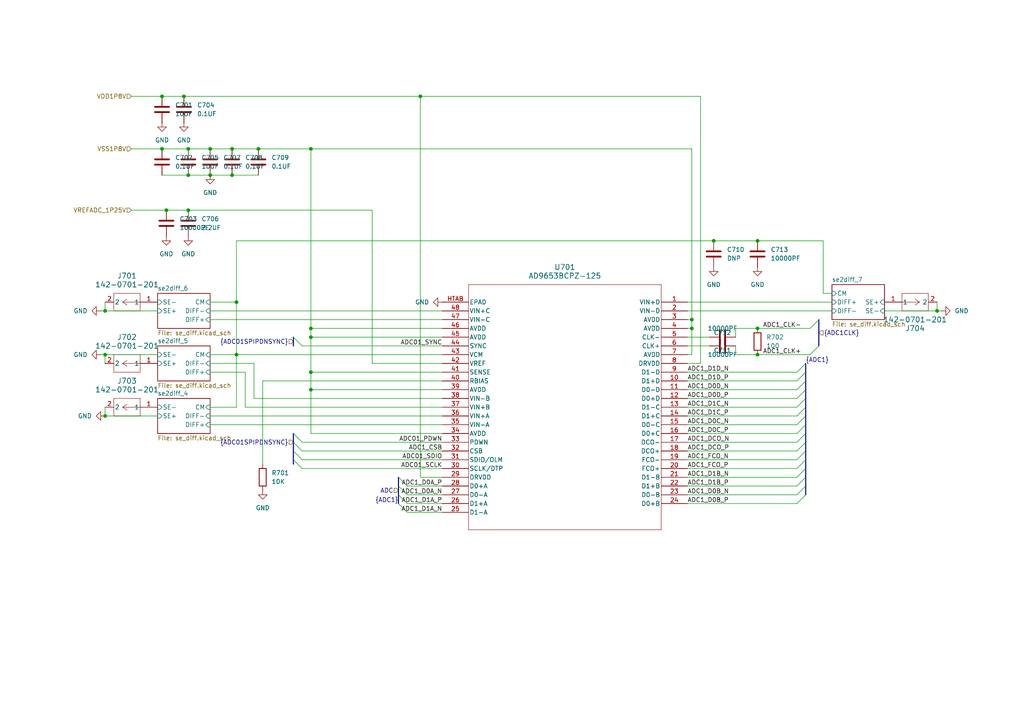
<source format=kicad_sch>
(kicad_sch (version 20231120) (generator "eeschema") (generator_version "8.0")
  (paper "A4")
  (lib_symbols
    (symbol "001_symbol:142-0701-201_GH" (pin_names (offset 0.254))
      (property "Reference" "J" (at 8.89 6.35 0))
      (property "Value" "142-0701-201" (at 0 0 0))
      (symbol "142-0701-201_GH_1_1"
        (polyline (pts (xy 5.08 -2.54) (xy 12.7 -2.54)) (stroke (width 0.127)))
        (polyline (pts (xy 5.08 2.54) (xy 5.08 -2.54)) (stroke (width 0.127)))
        (polyline (pts (xy 10.16 0) (xy 5.08 0)) (stroke (width 0.127)))
        (polyline (pts (xy 10.16 0) (xy 8.89 -0.8467)) (stroke (width 0.127)))
        (polyline (pts (xy 10.16 0) (xy 8.89 0.8467)) (stroke (width 0.127)))
        (polyline (pts (xy 12.7 -2.54) (xy 12.7 2.54)) (stroke (width 0.127)))
        (polyline (pts (xy 12.7 2.54) (xy 5.08 2.54)) (stroke (width 0.127)))
        (pin unspecified line (at 0 0 0) (length 5.08) (name "1") (number "1"))
        (pin input line (at 15.24 0 180) (length 2.54) (name "2") (number "2"))
        (pin input line (at 15.24 0 180) (length 2.54) hide (name "3") (number "3"))
        (pin input line (at 15.24 0 180) (length 2.54) hide (name "4") (number "4"))
        (pin input line (at 15.24 0 180) (length 2.54) hide (name "5") (number "5"))
      )
      (symbol "142-0701-201_GH_1_2"
        (polyline (pts (xy 5.08 -2.54) (xy 12.7 -2.54)) (stroke (width 0.127)))
        (polyline (pts (xy 5.08 2.54) (xy 5.08 -2.54)) (stroke (width 0.127)))
        (polyline (pts (xy 7.62 0) (xy 5.08 0)) (stroke (width 0.127)))
        (polyline (pts (xy 7.62 0) (xy 8.89 -0.8467)) (stroke (width 0.127)))
        (polyline (pts (xy 7.62 0) (xy 8.89 0.8467)) (stroke (width 0.127)))
        (polyline (pts (xy 12.7 -2.54) (xy 12.7 2.54)) (stroke (width 0.127)))
        (polyline (pts (xy 12.7 2.54) (xy 5.08 2.54)) (stroke (width 0.127)))
        (pin unspecified line (at 0 0 0) (length 5.08) (name "1") (number "1"))
      )
    )
    (symbol "001_symbol:AD9653BCPZ-125" (pin_names (offset 0.254))
      (property "Reference" "U" (at 35.56 10.16 0))
      (property "Value" "AD9653BCPZ-125" (at 35.56 7.62 0))
      (symbol "AD9653BCPZ-125_0_1"
        (polyline (pts (xy 7.62 -66.04) (xy 63.5 -66.04)) (stroke (width 0.127)))
        (polyline (pts (xy 7.62 5.08) (xy 7.62 -66.04)) (stroke (width 0.127)))
        (polyline (pts (xy 63.5 -66.04) (xy 63.5 5.08)) (stroke (width 0.127)))
        (polyline (pts (xy 63.5 5.08) (xy 7.62 5.08)) (stroke (width 0.127)))
        (pin input line (at 0 0 0) (length 7.62) (name "VIN+D") (number "1"))
        (pin output line (at 0 -22.86 0) (length 7.62) (name "D1+D") (number "10"))
        (pin output line (at 0 -25.4 0) (length 7.62) (name "D0-D") (number "11"))
        (pin output line (at 0 -27.94 0) (length 7.62) (name "D0+D") (number "12"))
        (pin output line (at 0 -30.48 0) (length 7.62) (name "D1-C") (number "13"))
        (pin output line (at 0 -33.02 0) (length 7.62) (name "D1+C") (number "14"))
        (pin output line (at 0 -35.56 0) (length 7.62) (name "D0-C") (number "15"))
        (pin output line (at 0 -38.1 0) (length 7.62) (name "D0+C") (number "16"))
        (pin output line (at 0 -40.64 0) (length 7.62) (name "DCO-") (number "17"))
        (pin output line (at 0 -43.18 0) (length 7.62) (name "DCO+") (number "18"))
        (pin output line (at 0 -45.72 0) (length 7.62) (name "FCO-") (number "19"))
        (pin input line (at 0 -2.54 0) (length 7.62) (name "VIN-D") (number "2"))
        (pin output line (at 0 -48.26 0) (length 7.62) (name "FCO+") (number "20"))
        (pin output line (at 0 -50.8 0) (length 7.62) (name "D1-B") (number "21"))
        (pin output line (at 0 -53.34 0) (length 7.62) (name "D1+B") (number "22"))
        (pin output line (at 0 -55.88 0) (length 7.62) (name "D0-B") (number "23"))
        (pin output line (at 0 -58.42 0) (length 7.62) (name "D0+B") (number "24"))
        (pin output line (at 71.12 -60.96 180) (length 7.62) (name "D1-A") (number "25"))
        (pin output line (at 71.12 -58.42 180) (length 7.62) (name "D1+A") (number "26"))
        (pin output line (at 71.12 -55.88 180) (length 7.62) (name "D0-A") (number "27"))
        (pin output line (at 71.12 -53.34 180) (length 7.62) (name "D0+A") (number "28"))
        (pin power_in line (at 71.12 -50.8 180) (length 7.62) (name "DRVDD") (number "29"))
        (pin power_in line (at 0 -5.08 0) (length 7.62) (name "AVDD") (number "3"))
        (pin bidirectional line (at 71.12 -48.26 180) (length 7.62) (name "SCLK/DTP") (number "30"))
        (pin bidirectional line (at 71.12 -45.72 180) (length 7.62) (name "SDIO/OLM") (number "31"))
        (pin unspecified line (at 71.12 -43.18 180) (length 7.62) (name "CSB") (number "32"))
        (pin input line (at 71.12 -40.64 180) (length 7.62) (name "PDWN") (number "33"))
        (pin power_in line (at 71.12 -38.1 180) (length 7.62) (name "AVDD") (number "34"))
        (pin input line (at 71.12 -35.56 180) (length 7.62) (name "VIN-A") (number "35"))
        (pin input line (at 71.12 -33.02 180) (length 7.62) (name "VIN+A") (number "36"))
        (pin input line (at 71.12 -30.48 180) (length 7.62) (name "VIN+B") (number "37"))
        (pin input line (at 71.12 -27.94 180) (length 7.62) (name "VIN-B") (number "38"))
        (pin power_in line (at 71.12 -25.4 180) (length 7.62) (name "AVDD") (number "39"))
        (pin power_in line (at 0 -7.62 0) (length 7.62) (name "AVDD") (number "4"))
        (pin unspecified line (at 71.12 -22.86 180) (length 7.62) (name "RBIAS") (number "40"))
        (pin unspecified line (at 71.12 -20.32 180) (length 7.62) (name "SENSE") (number "41"))
        (pin bidirectional line (at 71.12 -17.78 180) (length 7.62) (name "VREF") (number "42"))
        (pin input line (at 71.12 -15.24 180) (length 7.62) (name "VCM") (number "43"))
        (pin input line (at 71.12 -12.7 180) (length 7.62) (name "SYNC") (number "44"))
        (pin power_in line (at 71.12 -10.16 180) (length 7.62) (name "AVDD") (number "45"))
        (pin power_in line (at 71.12 -7.62 180) (length 7.62) (name "AVDD") (number "46"))
        (pin input line (at 71.12 -5.08 180) (length 7.62) (name "VIN-C") (number "47"))
        (pin input line (at 71.12 -2.54 180) (length 7.62) (name "VIN+C") (number "48"))
        (pin input line (at 0 -10.16 0) (length 7.62) (name "CLK-") (number "5"))
        (pin input line (at 0 -12.7 0) (length 7.62) (name "CLK+") (number "6"))
        (pin power_in line (at 0 -15.24 0) (length 7.62) (name "AVDD") (number "7"))
        (pin power_in line (at 0 -17.78 0) (length 7.62) (name "DRVDD") (number "8"))
        (pin output line (at 0 -20.32 0) (length 7.62) (name "D1-D") (number "9"))
        (pin unspecified line (at 71.12 0 180) (length 7.62) (name "EPAD") (number "HTAB"))
      )
    )
    (symbol "Device:C" (pin_numbers hide) (pin_names (offset 0.254))
      (property "Reference" "C" (at 0.635 2.54 0))
      (property "Value" "C" (at 0.635 -2.54 0))
      (symbol "C_0_1"
        (polyline (pts (xy -2.032 -0.762) (xy 2.032 -0.762)) (stroke (width 0.508)))
        (polyline (pts (xy -2.032 0.762) (xy 2.032 0.762)) (stroke (width 0.508)))
      )
      (symbol "C_1_1"
        (pin passive line (at 0 3.81 270) (length 2.794) (name "~") (number "1"))
        (pin passive line (at 0 -3.81 90) (length 2.794) (name "~") (number "2"))
      )
    )
    (symbol "Device:R" (pin_numbers hide) (pin_names (offset 0))
      (property "Reference" "R" (at 2.032 0 90))
      (property "Value" "R" (at 0 0 90))
      (symbol "R_0_1"
        (rectangle (start -1.016 -2.54) (end 1.016 2.54) (stroke (width 0.254)))
      )
      (symbol "R_1_1"
        (pin passive line (at 0 3.81 270) (length 1.27) (name "~") (number "1"))
        (pin passive line (at 0 -3.81 90) (length 1.27) (name "~") (number "2"))
      )
    )
    (symbol "power:GND" (power) (pin_numbers hide) (pin_names (offset 0) hide)
      (property "Value" "GND" (at 0 -3.81 0))
      (symbol "GND_0_1"
        (polyline (pts (xy 0 0) (xy 0 -1.27) (xy 1.27 -1.27) (xy 0 -2.54) (xy -1.27 -1.27) (xy 0 -1.27)))
      )
      (symbol "GND_1_1"
        (pin power_in line (at 0 0 270) (length 0) (name "~") (number "1"))
      )
    )
  )
  (junction (at 271.78 90.17))
  (junction (at 68.58 87.63))
  (junction (at 67.31 50.8))
  (junction (at 54.61 43.18))
  (junction (at 200.66 95.25))
  (junction (at 90.17 107.95))
  (junction (at 219.71 102.87))
  (junction (at 90.17 113.03))
  (junction (at 219.71 69.85))
  (junction (at 60.96 43.18))
  (junction (at 46.99 43.18))
  (junction (at 48.26 60.96))
  (junction (at 219.71 95.25))
  (junction (at 121.92 27.94))
  (junction (at 90.17 43.18))
  (junction (at 54.61 50.8))
  (junction (at 200.66 92.71))
  (junction (at 68.58 102.87))
  (junction (at 90.17 95.25))
  (junction (at 46.99 27.94))
  (junction (at 207.01 69.85))
  (junction (at 74.93 43.18))
  (junction (at 67.31 43.18))
  (junction (at 53.34 27.94))
  (junction (at 60.96 50.8))
  (junction (at 30.48 90.17))
  (junction (at 30.48 120.65))
  (junction (at 30.48 102.87))
  (junction (at 54.61 60.96))
  (junction (at 90.17 97.79))
  (bus_entry (at 85.09 97.79) (size 2.54 2.54))
  (bus_entry (at 233.68 125.73) (size -2.54 2.54))
  (bus_entry (at 233.68 115.57) (size -2.54 2.54))
  (bus_entry (at 85.09 130.81) (size 2.54 2.54))
  (bus_entry (at 233.68 128.27) (size -2.54 2.54))
  (bus_entry (at 233.68 113.03) (size -2.54 2.54))
  (bus_entry (at 233.68 133.35) (size -2.54 2.54))
  (bus_entry (at 233.68 140.97) (size -2.54 2.54))
  (bus_entry (at 115.57 146.05) (size 2.54 2.54))
  (bus_entry (at 85.09 125.73) (size 2.54 2.54))
  (bus_entry (at 233.68 105.41) (size -2.54 2.54))
  (bus_entry (at 233.68 110.49) (size -2.54 2.54))
  (bus_entry (at 115.57 138.43) (size 2.54 2.54))
  (bus_entry (at 233.68 123.19) (size -2.54 2.54))
  (bus_entry (at 85.09 133.35) (size 2.54 2.54))
  (bus_entry (at 233.68 120.65) (size -2.54 2.54))
  (bus_entry (at 237.49 100.33) (size -2.54 2.54))
  (bus_entry (at 233.68 130.81) (size -2.54 2.54))
  (bus_entry (at 115.57 140.97) (size 2.54 2.54))
  (bus_entry (at 85.09 128.27) (size 2.54 2.54))
  (bus_entry (at 233.68 107.95) (size -2.54 2.54))
  (bus_entry (at 233.68 143.51) (size -2.54 2.54))
  (bus_entry (at 237.49 92.71) (size -2.54 2.54))
  (bus_entry (at 233.68 135.89) (size -2.54 2.54))
  (bus_entry (at 233.68 138.43) (size -2.54 2.54))
  (bus_entry (at 115.57 143.51) (size 2.54 2.54))
  (bus_entry (at 233.68 118.11) (size -2.54 2.54))
  (wire (pts (xy 199.39 100.33) (xy 205.74 100.33)))
  (wire (pts (xy 203.2 105.41) (xy 203.2 27.94)))
  (wire (pts (xy 199.39 123.19) (xy 231.14 123.19)))
  (wire (pts (xy 107.95 105.41) (xy 128.27 105.41)))
  (wire (pts (xy 200.66 102.87) (xy 200.66 95.25)))
  (wire (pts (xy 213.36 100.33) (xy 213.36 102.87)))
  (wire (pts (xy 67.31 50.8) (xy 74.93 50.8)))
  (bus (pts (xy 233.68 110.49) (xy 233.68 113.03)))
  (wire (pts (xy 213.36 97.79) (xy 213.36 95.25)))
  (wire (pts (xy 90.17 107.95) (xy 90.17 113.03)))
  (wire (pts (xy 38.1 27.94) (xy 46.99 27.94)))
  (bus (pts (xy 233.68 140.97) (xy 233.68 143.51)))
  (wire (pts (xy 199.39 102.87) (xy 200.66 102.87)))
  (wire (pts (xy 60.96 102.87) (xy 68.58 102.87)))
  (wire (pts (xy 87.63 135.89) (xy 128.27 135.89)))
  (bus (pts (xy 233.68 115.57) (xy 233.68 118.11)))
  (wire (pts (xy 199.39 140.97) (xy 231.14 140.97)))
  (wire (pts (xy 87.63 100.33) (xy 128.27 100.33)))
  (bus (pts (xy 115.57 143.51) (xy 115.57 146.05)))
  (wire (pts (xy 60.96 118.11) (xy 68.58 118.11)))
  (wire (pts (xy 54.61 50.8) (xy 60.96 50.8)))
  (bus (pts (xy 233.68 133.35) (xy 233.68 135.89)))
  (wire (pts (xy 121.92 27.94) (xy 121.92 138.43)))
  (wire (pts (xy 38.1 43.18) (xy 46.99 43.18)))
  (wire (pts (xy 199.39 135.89) (xy 231.14 135.89)))
  (wire (pts (xy 90.17 113.03) (xy 128.27 113.03)))
  (bus (pts (xy 233.68 113.03) (xy 233.68 115.57)))
  (bus (pts (xy 85.09 133.35) (xy 85.09 134.62)))
  (bus (pts (xy 233.68 128.27) (xy 233.68 130.81)))
  (wire (pts (xy 60.96 90.17) (xy 128.27 90.17)))
  (wire (pts (xy 90.17 43.18) (xy 90.17 95.25)))
  (wire (pts (xy 90.17 107.95) (xy 128.27 107.95)))
  (wire (pts (xy 199.39 118.11) (xy 231.14 118.11)))
  (bus (pts (xy 233.68 130.81) (xy 233.68 133.35)))
  (bus (pts (xy 85.09 130.81) (xy 85.09 133.35)))
  (bus (pts (xy 233.68 125.73) (xy 233.68 128.27)))
  (bus (pts (xy 237.49 92.71) (xy 237.49 100.33)))
  (wire (pts (xy 199.39 90.17) (xy 241.3 90.17)))
  (wire (pts (xy 29.21 90.17) (xy 30.48 90.17)))
  (wire (pts (xy 68.58 87.63) (xy 68.58 102.87)))
  (wire (pts (xy 90.17 97.79) (xy 128.27 97.79)))
  (wire (pts (xy 219.71 102.87) (xy 234.95 102.87)))
  (wire (pts (xy 30.48 120.65) (xy 45.72 120.65)))
  (wire (pts (xy 213.36 102.87) (xy 219.71 102.87)))
  (wire (pts (xy 30.48 102.87) (xy 30.48 105.41)))
  (wire (pts (xy 118.11 146.05) (xy 128.27 146.05)))
  (wire (pts (xy 29.21 102.87) (xy 30.48 102.87)))
  (wire (pts (xy 30.48 118.11) (xy 30.48 120.65)))
  (wire (pts (xy 46.99 50.8) (xy 54.61 50.8)))
  (wire (pts (xy 199.39 110.49) (xy 231.14 110.49)))
  (wire (pts (xy 118.11 148.59) (xy 128.27 148.59)))
  (wire (pts (xy 207.01 69.85) (xy 219.71 69.85)))
  (wire (pts (xy 199.39 97.79) (xy 205.74 97.79)))
  (wire (pts (xy 128.27 102.87) (xy 68.58 102.87)))
  (wire (pts (xy 200.66 92.71) (xy 200.66 43.18)))
  (wire (pts (xy 90.17 113.03) (xy 90.17 125.73)))
  (wire (pts (xy 238.76 85.09) (xy 241.3 85.09)))
  (wire (pts (xy 90.17 95.25) (xy 128.27 95.25)))
  (wire (pts (xy 90.17 97.79) (xy 90.17 107.95)))
  (wire (pts (xy 54.61 43.18) (xy 60.96 43.18)))
  (wire (pts (xy 121.92 138.43) (xy 128.27 138.43)))
  (wire (pts (xy 87.63 133.35) (xy 128.27 133.35)))
  (bus (pts (xy 85.09 125.73) (xy 85.09 128.27)))
  (wire (pts (xy 199.39 128.27) (xy 231.14 128.27)))
  (wire (pts (xy 73.66 115.57) (xy 128.27 115.57)))
  (wire (pts (xy 60.96 43.18) (xy 67.31 43.18)))
  (wire (pts (xy 219.71 95.25) (xy 234.95 95.25)))
  (wire (pts (xy 200.66 95.25) (xy 200.66 92.71)))
  (wire (pts (xy 54.61 60.96) (xy 107.95 60.96)))
  (bus (pts (xy 233.68 138.43) (xy 233.68 140.97)))
  (bus (pts (xy 85.09 97.79) (xy 85.09 100.33)))
  (wire (pts (xy 199.39 133.35) (xy 231.14 133.35)))
  (bus (pts (xy 233.68 123.19) (xy 233.68 125.73)))
  (wire (pts (xy 87.63 130.81) (xy 128.27 130.81)))
  (wire (pts (xy 87.63 128.27) (xy 128.27 128.27)))
  (bus (pts (xy 233.68 118.11) (xy 233.68 120.65)))
  (wire (pts (xy 74.93 43.18) (xy 90.17 43.18)))
  (wire (pts (xy 199.39 87.63) (xy 241.3 87.63)))
  (wire (pts (xy 256.54 90.17) (xy 271.78 90.17)))
  (wire (pts (xy 68.58 69.85) (xy 68.58 87.63)))
  (wire (pts (xy 68.58 69.85) (xy 207.01 69.85)))
  (wire (pts (xy 271.78 90.17) (xy 273.05 90.17)))
  (wire (pts (xy 46.99 27.94) (xy 53.34 27.94)))
  (wire (pts (xy 199.39 105.41) (xy 203.2 105.41)))
  (wire (pts (xy 199.39 146.05) (xy 231.14 146.05)))
  (wire (pts (xy 118.11 143.51) (xy 128.27 143.51)))
  (wire (pts (xy 67.31 43.18) (xy 74.93 43.18)))
  (wire (pts (xy 271.78 87.63) (xy 271.78 90.17)))
  (wire (pts (xy 200.66 43.18) (xy 90.17 43.18)))
  (wire (pts (xy 199.39 120.65) (xy 231.14 120.65)))
  (wire (pts (xy 90.17 125.73) (xy 128.27 125.73)))
  (wire (pts (xy 30.48 87.63) (xy 30.48 90.17)))
  (bus (pts (xy 115.57 140.97) (xy 115.57 143.51)))
  (wire (pts (xy 30.48 102.87) (xy 45.72 102.87)))
  (wire (pts (xy 71.12 107.95) (xy 71.12 118.11)))
  (wire (pts (xy 128.27 110.49) (xy 76.2 110.49)))
  (bus (pts (xy 115.57 138.43) (xy 115.57 140.97)))
  (wire (pts (xy 68.58 102.87) (xy 68.58 118.11)))
  (wire (pts (xy 60.96 105.41) (xy 73.66 105.41)))
  (bus (pts (xy 233.68 107.95) (xy 233.68 110.49)))
  (wire (pts (xy 199.39 115.57) (xy 231.14 115.57)))
  (wire (pts (xy 53.34 27.94) (xy 121.92 27.94)))
  (wire (pts (xy 48.26 60.96) (xy 54.61 60.96)))
  (wire (pts (xy 60.96 50.8) (xy 67.31 50.8)))
  (wire (pts (xy 238.76 69.85) (xy 238.76 85.09)))
  (wire (pts (xy 60.96 123.19) (xy 128.27 123.19)))
  (wire (pts (xy 199.39 130.81) (xy 231.14 130.81)))
  (wire (pts (xy 213.36 95.25) (xy 219.71 95.25)))
  (wire (pts (xy 38.1 60.96) (xy 48.26 60.96)))
  (wire (pts (xy 199.39 92.71) (xy 200.66 92.71)))
  (bus (pts (xy 233.68 120.65) (xy 233.68 123.19)))
  (wire (pts (xy 107.95 60.96) (xy 107.95 105.41)))
  (wire (pts (xy 199.39 113.03) (xy 231.14 113.03)))
  (bus (pts (xy 233.68 105.41) (xy 233.68 107.95)))
  (wire (pts (xy 199.39 95.25) (xy 200.66 95.25)))
  (wire (pts (xy 199.39 138.43) (xy 231.14 138.43)))
  (wire (pts (xy 73.66 105.41) (xy 73.66 115.57)))
  (wire (pts (xy 71.12 118.11) (xy 128.27 118.11)))
  (wire (pts (xy 118.11 140.97) (xy 128.27 140.97)))
  (bus (pts (xy 233.68 135.89) (xy 233.68 138.43)))
  (wire (pts (xy 46.99 43.18) (xy 54.61 43.18)))
  (wire (pts (xy 60.96 107.95) (xy 71.12 107.95)))
  (wire (pts (xy 76.2 110.49) (xy 76.2 134.62)))
  (wire (pts (xy 238.76 69.85) (xy 219.71 69.85)))
  (wire (pts (xy 199.39 107.95) (xy 231.14 107.95)))
  (wire (pts (xy 30.48 90.17) (xy 45.72 90.17)))
  (wire (pts (xy 90.17 95.25) (xy 90.17 97.79)))
  (wire (pts (xy 60.96 120.65) (xy 128.27 120.65)))
  (wire (pts (xy 199.39 143.51) (xy 231.14 143.51)))
  (bus (pts (xy 85.09 128.27) (xy 85.09 130.81)))
  (wire (pts (xy 60.96 87.63) (xy 68.58 87.63)))
  (wire (pts (xy 121.92 27.94) (xy 203.2 27.94)))
  (wire (pts (xy 60.96 92.71) (xy 128.27 92.71)))
  (wire (pts (xy 199.39 125.73) (xy 231.14 125.73)))
  (label "ADC1_D0B_N" (at 199.39 143.51 0))
  (label "ADC1_DCO_P" (at 199.39 130.81 0))
  (label "ADC1_D0A_N" (at 128.27 143.51 180))
  (label "ADC1_CSB" (at 128.27 130.81 180))
  (label "ADC1_D0C_N" (at 199.39 123.19 0))
  (label "ADC1_D1D_P" (at 199.39 110.49 0))
  (label "{ADC1}" (at 233.68 105.41 0))
  (label "ADC1_D0B_P" (at 199.39 146.05 0))
  (label "ADC1_D1C_N" (at 199.39 118.11 0))
  (label "ADC1_D1D_N" (at 199.39 107.95 0))
  (label "ADC1_CLK-" (at 232.41 95.25 180))
  (label "ADC01_PDWN" (at 128.27 128.27 180))
  (label "ADC1_CLK+" (at 232.41 102.87 180))
  (label "ADC1_D1B_P" (at 199.39 140.97 0))
  (label "ADC1_D1A_P" (at 128.27 146.05 180))
  (label "ADC01_SDIO" (at 128.27 133.35 180))
  (label "ADC1_FCO_N" (at 199.39 133.35 0))
  (label "ADC1_D1B_N" (at 199.39 138.43 0))
  (label "ADC01_SYNC" (at 128.27 100.33 180))
  (label "ADC1_FCO_P" (at 199.39 135.89 0))
  (label "ADC1_DCO_N" (at 199.39 128.27 0))
  (label "{ADC1}" (at 115.57 146.05 180))
  (label "ADC1_D1A_N" (at 128.27 148.59 180))
  (label "ADC1_D0D_N" (at 199.39 113.03 0))
  (label "ADC01_SCLK" (at 128.27 135.89 180))
  (label "ADC1_D0C_P" (at 199.39 125.73 0))
  (label "ADC1_D1C_P" (at 199.39 120.65 0))
  (label "ADC1_D0D_P" (at 199.39 115.57 0))
  (label "ADC1_D0A_P" (at 128.27 140.97 180))
  (hierarchical_label "ADC" (shape input) (at 115.57 142.24 180))
  (hierarchical_label "VREFADC_1P25V" (shape input) (at 38.1 60.96 180))
  (hierarchical_label "{ADC01SPIPDNSYNC}" (shape input) (at 85.09 128.27 180))
  (hierarchical_label "VSS1P8V" (shape input) (at 38.1 43.18 180))
  (hierarchical_label "{ADC01SPIPDNSYNC}" (shape input) (at 85.09 99.06 180))
  (hierarchical_label "{ADC1CLK}" (shape input) (at 237.49 96.52 0))
  (hierarchical_label "VDD1P8V" (shape input) (at 38.1 27.94 180))
  (symbol (lib_id "001_symbol:142-0701-201_GH") (at 256.54 87.63 0) (unit 1)
    (property "Reference" "J704" (at 265.43 95.25 0) (effects (font (size 1.524 1.524))))
    (property "Value" "142-0701-201" (at 265.43 92.71 0) (effects (font (size 1.524 1.524))))
    (property "Footprint" "CONN_142-0701-201_CIN" (effects (hide yes)))
    (property "Datasheet" "142-0701-201" (effects (hide yes)))
    (property "Vendor" "digikey:J500-ND" (effects (hide yes)))
  )
  (symbol (lib_id "power:GND") (at 29.21 90.17 270) (mirror x) (unit 1)
    (property "Reference" "#PWR0701" (effects (hide yes)))
    (property "Value" "GND" (at 25.4 90.1701 90) (effects (justify right)))
    (property "Description" "Power symbol creates a global label with name \"GND\" , ground" (effects (hide yes)))
  )
  (symbol (lib_id "power:GND") (at 60.96 50.8 0) (unit 1)
    (property "Reference" "#PWR0708" (effects (hide yes)))
    (property "Value" "GND" (at 60.96 55.88 0))
    (property "Description" "Power symbol creates a global label with name \"GND\" , ground" (effects (hide yes)))
  )
  (symbol (lib_id "power:GND") (at 54.61 68.58 0) (unit 1)
    (property "Reference" "#PWR0707" (effects (hide yes)))
    (property "Value" "GND" (at 54.61 73.66 0))
    (property "Description" "Power symbol creates a global label with name \"GND\" , ground" (effects (hide yes)))
  )
  (symbol (lib_id "power:GND") (at 207.01 77.47 0) (unit 1)
    (property "Reference" "#PWR0711" (effects (hide yes)))
    (property "Value" "GND" (at 207.01 82.55 0))
    (property "Description" "Power symbol creates a global label with name \"GND\" , ground" (effects (hide yes)))
  )
  (symbol (lib_id "001_symbol:142-0701-201_GH") (at 45.72 87.63 0) (mirror y) (unit 1)
    (property "Reference" "J701" (at 36.83 80.01 0) (effects (font (size 1.524 1.524))))
    (property "Value" "142-0701-201" (at 36.83 82.55 0) (effects (font (size 1.524 1.524))))
    (property "Footprint" "CONN_142-0701-201_CIN" (effects (hide yes)))
    (property "Datasheet" "142-0701-201" (effects (hide yes)))
    (property "Vendor" "digikey:J500-ND" (effects (hide yes)))
  )
  (symbol (lib_id "Device:C") (at 46.99 31.75 0) (unit 1)
    (property "Reference" "C701" (at 50.8 30.4799 0) (effects (justify left)))
    (property "Value" "10UF" (at 50.8 33.0199 0) (effects (justify left)))
    (property "Footprint" "Capacitor_SMD:C_0603_1608Metric" (effects (hide yes)))
    (property "Description" "Unpolarized capacitor" (effects (hide yes)))
    (property "Vendor" "digikey:445-6853-1-ND" (effects (hide yes)))
  )
  (symbol (lib_id "Device:C") (at 207.01 73.66 0) (unit 1)
    (property "Reference" "C710" (at 210.82 72.3899 0) (effects (justify left)))
    (property "Value" "DNP" (at 210.82 74.9299 0) (effects (justify left)))
    (property "Footprint" "Capacitor_SMD:C_0603_1608Metric" (effects (hide yes)))
    (property "Description" "Unpolarized capacitor" (effects (hide yes)))
  )
  (symbol (lib_id "Device:R") (at 76.2 138.43 0) (unit 1)
    (property "Reference" "R701" (at 78.74 137.1599 0) (effects (justify left)))
    (property "Value" "10K" (at 78.74 139.6999 0) (effects (justify left)))
    (property "Footprint" "Resistor_SMD:R_0603_1608Metric" (effects (hide yes)))
    (property "Description" "Resistor" (effects (hide yes)))
    (property "Vendor" "digikey:MCT0603-10K-MDCT-ND" (effects (hide yes)))
  )
  (symbol (lib_id "power:GND") (at 128.27 87.63 270) (unit 1)
    (property "Reference" "#PWR0710" (effects (hide yes)))
    (property "Value" "GND" (at 124.46 87.6299 90) (effects (justify right)))
    (property "Description" "Power symbol creates a global label with name \"GND\" , ground" (effects (hide yes)))
  )
  (symbol (lib_id "Device:C") (at 74.93 46.99 0) (unit 1)
    (property "Reference" "C709" (at 78.74 45.7199 0) (effects (justify left)))
    (property "Value" "0.1UF" (at 78.74 48.2599 0) (effects (justify left)))
    (property "Footprint" "Capacitor_SMD:C_0402_1005Metric" (effects (hide yes)))
    (property "Description" "Unpolarized capacitor" (effects (hide yes)))
    (property "Vendor" "digikey:490-1318-1-ND" (effects (hide yes)))
  )
  (symbol (lib_id "power:GND") (at 53.34 35.56 0) (unit 1)
    (property "Reference" "#PWR0706" (effects (hide yes)))
    (property "Value" "GND" (at 53.34 40.64 0))
    (property "Description" "Power symbol creates a global label with name \"GND\" , ground" (effects (hide yes)))
  )
  (symbol (lib_id "001_symbol:142-0701-201_GH") (at 45.72 105.41 0) (mirror y) (unit 1)
    (property "Reference" "J702" (at 36.83 97.79 0) (effects (font (size 1.524 1.524))))
    (property "Value" "142-0701-201" (at 36.83 100.33 0) (effects (font (size 1.524 1.524))))
    (property "Footprint" "CONN_142-0701-201_CIN" (effects (hide yes)))
    (property "Datasheet" "142-0701-201" (effects (hide yes)))
    (property "Vendor" "digikey:J500-ND" (effects (hide yes)))
  )
  (symbol (lib_id "Device:C") (at 219.71 73.66 0) (unit 1)
    (property "Reference" "C713" (at 223.52 72.3899 0) (effects (justify left)))
    (property "Value" "10000PF" (at 223.52 74.9299 0) (effects (justify left)))
    (property "Footprint" "Capacitor_SMD:C_0603_1608Metric" (effects (hide yes)))
    (property "Description" "Unpolarized capacitor" (effects (hide yes)))
    (property "Vendor" "digikey:445-2664-1-ND" (effects (hide yes)))
  )
  (symbol (lib_id "001_symbol:142-0701-201_GH") (at 45.72 118.11 0) (mirror y) (unit 1)
    (property "Reference" "J703" (at 36.83 110.49 0) (effects (font (size 1.524 1.524))))
    (property "Value" "142-0701-201" (at 36.83 113.03 0) (effects (font (size 1.524 1.524))))
    (property "Footprint" "CONN_142-0701-201_CIN" (effects (hide yes)))
    (property "Datasheet" "142-0701-201" (effects (hide yes)))
    (property "Vendor" "digikey:J500-ND" (effects (hide yes)))
  )
  (symbol (lib_id "Device:C") (at 54.61 46.99 0) (unit 1)
    (property "Reference" "C705" (at 58.42 45.7199 0) (effects (justify left)))
    (property "Value" "10UF" (at 58.42 48.2599 0) (effects (justify left)))
    (property "Footprint" "Capacitor_SMD:C_0603_1608Metric" (effects (hide yes)))
    (property "Description" "Unpolarized capacitor" (effects (hide yes)))
    (property "Vendor" "digikey:445-6853-1-ND" (effects (hide yes)))
  )
  (symbol (lib_id "Device:C") (at 53.34 31.75 0) (unit 1)
    (property "Reference" "C704" (at 57.15 30.4799 0) (effects (justify left)))
    (property "Value" "0.1UF" (at 57.15 33.0199 0) (effects (justify left)))
    (property "Footprint" "Capacitor_SMD:C_0402_1005Metric" (effects (hide yes)))
    (property "Description" "Unpolarized capacitor" (effects (hide yes)))
    (property "Vendor" "digikey:490-1318-1-ND" (effects (hide yes)))
  )
  (symbol (lib_id "power:GND") (at 219.71 77.47 0) (unit 1)
    (property "Reference" "#PWR0712" (effects (hide yes)))
    (property "Value" "GND" (at 219.71 82.55 0))
    (property "Description" "Power symbol creates a global label with name \"GND\" , ground" (effects (hide yes)))
  )
  (symbol (lib_id "Device:R") (at 219.71 99.06 0) (unit 1)
    (property "Reference" "R702" (at 222.25 97.7899 0) (effects (justify left)))
    (property "Value" "100" (at 222.25 100.3299 0) (effects (justify left)))
    (property "Footprint" "Resistor_SMD:R_0603_1608Metric" (effects (hide yes)))
    (property "Description" "Resistor" (effects (hide yes)))
    (property "Vendor" "digikey:311-100HRCT-ND" (effects (hide yes)))
  )
  (symbol (lib_id "001_symbol:AD9653BCPZ-125") (at 199.39 87.63 0) (mirror y) (unit 1)
    (property "Reference" "U701" (at 163.83 77.47 0) (effects (font (size 1.524 1.524))))
    (property "Value" "AD9653BCPZ-125" (at 163.83 80.01 0) (effects (font (size 1.524 1.524))))
    (property "Footprint" "001_download:CP_48_13_ADI" (effects (hide yes)))
    (property "Datasheet" "AD9653BCPZ-125" (effects (hide yes)))
    (property "Vendor" "digikey:AD9653BCPZ-125-ND" (effects (hide yes)))
  )
  (symbol (lib_id "power:GND") (at 29.21 102.87 270) (mirror x) (unit 1)
    (property "Reference" "#PWR0702" (effects (hide yes)))
    (property "Value" "GND" (at 25.4 102.8701 90) (effects (justify right)))
    (property "Description" "Power symbol creates a global label with name \"GND\" , ground" (effects (hide yes)))
  )
  (symbol (lib_id "power:GND") (at 48.26 68.58 0) (unit 1)
    (property "Reference" "#PWR0705" (effects (hide yes)))
    (property "Value" "GND" (at 48.26 73.66 0))
    (property "Description" "Power symbol creates a global label with name \"GND\" , ground" (effects (hide yes)))
  )
  (symbol (lib_id "power:GND") (at 46.99 35.56 0) (unit 1)
    (property "Reference" "#PWR0704" (effects (hide yes)))
    (property "Value" "GND" (at 46.99 40.64 0))
    (property "Description" "Power symbol creates a global label with name \"GND\" , ground" (effects (hide yes)))
  )
  (symbol (lib_id "power:GND") (at 273.05 90.17 90) (mirror x) (unit 1)
    (property "Reference" "#PWR0713" (effects (hide yes)))
    (property "Value" "GND" (at 276.86 90.1701 90) (effects (justify right)))
    (property "Description" "Power symbol creates a global label with name \"GND\" , ground" (effects (hide yes)))
  )
  (symbol (lib_id "Device:C") (at 60.96 46.99 0) (unit 1)
    (property "Reference" "C707" (at 64.77 45.7199 0) (effects (justify left)))
    (property "Value" "0.1UF" (at 64.77 48.2599 0) (effects (justify left)))
    (property "Footprint" "Capacitor_SMD:C_0402_1005Metric" (effects (hide yes)))
    (property "Description" "Unpolarized capacitor" (effects (hide yes)))
    (property "Vendor" "digikey:490-1318-1-ND" (effects (hide yes)))
  )
  (symbol (lib_id "Device:C") (at 209.55 100.33 270) (mirror x) (unit 1)
    (property "Reference" "C712" (at 209.55 96.52 90))
    (property "Value" "10000PF" (at 209.55 95.25 90))
    (property "Footprint" "Capacitor_SMD:C_0603_1608Metric" (effects (hide yes)))
    (property "Description" "Unpolarized capacitor" (effects (hide yes)))
    (property "Vendor" "digikey:445-2664-1-ND" (effects (hide yes)))
  )
  (symbol (lib_id "Device:C") (at 54.61 64.77 0) (unit 1)
    (property "Reference" "C706" (at 58.42 63.4999 0) (effects (justify left)))
    (property "Value" "2.2UF" (at 58.42 66.0399 0) (effects (justify left)))
    (property "Footprint" "Capacitor_SMD:C_0603_1608Metric" (effects (hide yes)))
    (property "Description" "Tant_poly" (effects (hide yes)))
    (property "Vendor" "digikey:478-8725-1-ND" (effects (hide yes)))
  )
  (symbol (lib_id "Device:C") (at 67.31 46.99 0) (unit 1)
    (property "Reference" "C708" (at 71.12 45.7199 0) (effects (justify left)))
    (property "Value" "0.1UF" (at 71.12 48.2599 0) (effects (justify left)))
    (property "Footprint" "Capacitor_SMD:C_0402_1005Metric" (effects (hide yes)))
    (property "Description" "Unpolarized capacitor" (effects (hide yes)))
    (property "Vendor" "digikey:490-1318-1-ND" (effects (hide yes)))
  )
  (symbol (lib_id "power:GND") (at 30.48 120.65 270) (mirror x) (unit 1)
    (property "Reference" "#PWR0703" (effects (hide yes)))
    (property "Value" "GND" (at 26.67 120.6501 90) (effects (justify right)))
    (property "Description" "Power symbol creates a global label with name \"GND\" , ground" (effects (hide yes)))
  )
  (symbol (lib_id "power:GND") (at 76.2 142.24 0) (unit 1)
    (property "Reference" "#PWR0709" (effects (hide yes)))
    (property "Value" "GND" (at 76.2 147.32 0))
    (property "Description" "Power symbol creates a global label with name \"GND\" , ground" (effects (hide yes)))
  )
  (symbol (lib_id "Device:C") (at 46.99 46.99 0) (unit 1)
    (property "Reference" "C702" (at 50.8 45.7199 0) (effects (justify left)))
    (property "Value" "0.1UF" (at 50.8 48.2599 0) (effects (justify left)))
    (property "Footprint" "Capacitor_SMD:C_0402_1005Metric" (effects (hide yes)))
    (property "Description" "Unpolarized capacitor" (effects (hide yes)))
    (property "Vendor" "digikey:490-1318-1-ND" (effects (hide yes)))
  )
  (symbol (lib_id "Device:C") (at 209.55 97.79 270) (unit 1)
    (property "Reference" "C711" (at 209.55 101.6 90))
    (property "Value" "10000PF" (at 209.55 102.87 90))
    (property "Footprint" "Capacitor_SMD:C_0603_1608Metric" (effects (hide yes)))
    (property "Description" "Unpolarized capacitor" (effects (hide yes)))
    (property "Vendor" "digikey:445-2664-1-ND" (effects (hide yes)))
  )
  (symbol (lib_id "Device:C") (at 48.26 64.77 0) (unit 1)
    (property "Reference" "C703" (at 52.07 63.4999 0) (effects (justify left)))
    (property "Value" "10000PF" (at 52.07 66.0399 0) (effects (justify left)))
    (property "Footprint" "Capacitor_SMD:C_0603_1608Metric" (effects (hide yes)))
    (property "Description" "Unpolarized capacitor" (effects (hide yes)))
    (property "Vendor" "digikey:445-2664-1-ND" (effects (hide yes)))
  )
  (sheet (at 45.72 85.09) (size 15.24 10.16) (stroke (width 0.1524))
    (property "Sheetname" "se2diff_6" (at 45.72 84.3784 0) (effects (justify left bottom)))
    (property "Sheetfile" "se_diff.kicad_sch" (at 45.72 95.8346 0) (effects (justify left top)))
    (pin "DIFF-" input (at 60.96 90.17 0))
    (pin "CM" input (at 60.96 87.63 0))
    (pin "DIFF+" input (at 60.96 92.71 0))
    (pin "SE-" input (at 45.72 87.63 180))
    (pin "SE+" input (at 45.72 90.17 180))
  )
  (sheet (at 45.72 115.57) (size 15.24 10.16) (stroke (width 0.1524))
    (property "Sheetname" "se2diff_4" (at 45.72 114.8584 0) (effects (justify left bottom)))
    (property "Sheetfile" "se_diff.kicad_sch" (at 45.72 126.3146 0) (effects (justify left top)))
    (pin "DIFF-" input (at 60.96 120.65 0))
    (pin "CM" input (at 60.96 118.11 0))
    (pin "DIFF+" input (at 60.96 123.19 0))
    (pin "SE-" input (at 45.72 118.11 180))
    (pin "SE+" input (at 45.72 120.65 180))
  )
  (sheet (at 45.72 100.33) (size 15.24 10.16) (stroke (width 0.1524))
    (property "Sheetname" "se2diff_5" (at 45.72 99.6184 0) (effects (justify left bottom)))
    (property "Sheetfile" "se_diff.kicad_sch" (at 45.72 111.0746 0) (effects (justify left top)))
    (pin "DIFF-" input (at 60.96 105.41 0))
    (pin "CM" input (at 60.96 102.87 0))
    (pin "DIFF+" input (at 60.96 107.95 0))
    (pin "SE-" input (at 45.72 102.87 180))
    (pin "SE+" input (at 45.72 105.41 180))
  )
  (sheet (at 241.3 82.55) (size 15.24 10.16) (stroke (width 0.1524))
    (property "Sheetname" "se2diff_7" (at 241.3 81.8384 0) (effects (justify left bottom)))
    (property "Sheetfile" "se_diff.kicad_sch" (at 241.3 93.2946 0) (effects (justify left top)))
    (pin "DIFF-" input (at 241.3 90.17 180))
    (pin "CM" input (at 241.3 85.09 180))
    (pin "DIFF+" input (at 241.3 87.63 180))
    (pin "SE-" input (at 256.54 90.17 0))
    (pin "SE+" input (at 256.54 87.63 0))
  )
)
</source>
